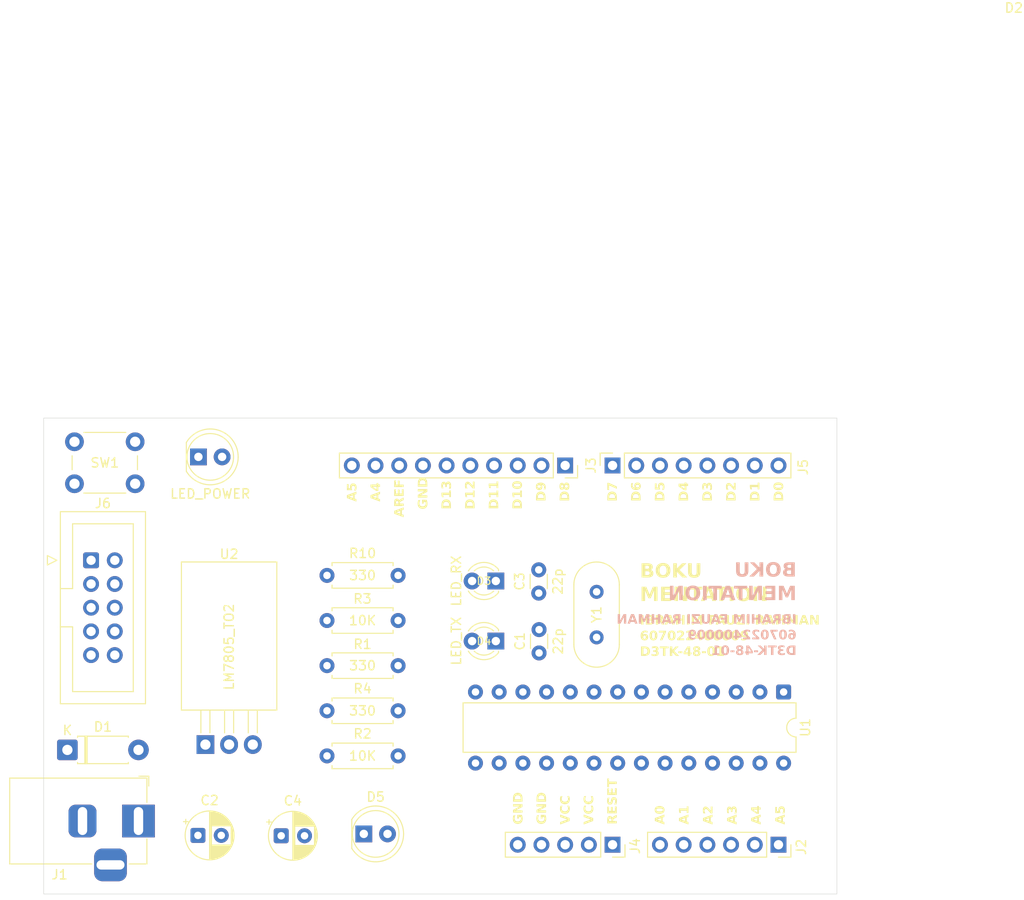
<source format=kicad_pcb>
(kicad_pcb (version 20241229) (generator "pcbnew") (generator_version "9.0")
  (layers (0 "F.Cu" signal) (2 "B.Cu" signal) (13 "F.Paste" user) (15 "B.Paste" user) (5 "F.SilkS" user "F.Silkscreen") (7 "B.SilkS" user "B.Silkscreen") (1 "F.Mask" user) (3 "B.Mask" user) (25 "Edge.Cuts" user))
  (net 0 "")
  (net 1 "GND")
  (net 2 "Net-(D1-K)")
  (net 3 "Net-(U2-VO)")
  (net 4 "Net-(D1-A)")
  (net 5 "Net-(D2-A)")
  (net 7 "/D0")
  (net 8 "Net-(D3-A)")
  (net 9 "Net-(D4-A)")
  (net 10 "/D1")
  (net 11 "Net-(D5-A)")
  (net 12 "/A3")
  (net 13 "/A5")
  (net 14 "/A1")
  (net 15 "/A4")
  (net 16 "/A0")
  (net 17 "/A2")
  (net 18 "/D8")
  (net 19 "/D9")
  (net 20 "/D13")
  (net 21 "/AREF")
  (net 22 "/D10")
  (net 23 "/D12")
  (net 24 "/D11")
  (net 25 "VCC")
  (net 26 "Net-(U1-GND-Pad22)")
  (net 27 "/RESET")
  (net 28 "/D7")
  (net 29 "/D5")
  (net 30 "/D6")
  (net 31 "/D2")
  (net 32 "/D4")
  (net 33 "/D3")
  (net 35 "/XTAL2")
  (net 36 "/XTAL1")
  (footprint "LED_THT:LED_D3.0mm" (layer "F.Cu") (at 157.67 89.94 180)
    (property "Reference" "D4" (hide yes))
    (property "Value" "LED_TX" (at 4.23 0 90) (layer "F.SilkS"))
    (fp_text user "${REFERENCE}" (at 1.27 0 0) (layer "F.SilkS") (effects (font (size 0.8 0.8) (thickness 0.12))))
    (pad "1" thru_hole rect (at 0 0 180) (size 1.8 1.8) (drill 0.9) (layers "*.Cu" "*.Mask") (net 10 "/D1"))
    (pad "2" thru_hole circle (at 2.54 0 180) (size 1.8 1.8) (drill 0.9) (layers "*.Cu" "*.Mask") (net 9 "Net-(D4-A)"))
  )
  (footprint "Connector_PinSocket_2.54mm:PinSocket_1x06_P2.54mm_Vertical" (layer "F.Cu") (at 187.96 111.76 -90)
    (property "Reference" "J2" (at 0.24 -2.44 270) (layer "F.SilkS"))
    (property "Value" "Conn_01x06_Socket")
    (pad "1" thru_hole rect (at 0 0 270) (size 1.7 1.7) (drill 1) (layers "*.Cu" "*.Mask") (net 13 "/A5"))
    (pad "2" thru_hole circle (at 0 2.54 270) (size 1.7 1.7) (drill 1) (layers "*.Cu" "*.Mask") (net 15 "/A4"))
    (pad "3" thru_hole circle (at 0 5.08 270) (size 1.7 1.7) (drill 1) (layers "*.Cu" "*.Mask") (net 12 "/A3"))
    (pad "4" thru_hole circle (at 0 7.62 270) (size 1.7 1.7) (drill 1) (layers "*.Cu" "*.Mask") (net 17 "/A2"))
    (pad "5" thru_hole circle (at 0 10.16 270) (size 1.7 1.7) (drill 1) (layers "*.Cu" "*.Mask") (net 14 "/A1"))
    (pad "6" thru_hole circle (at 0 12.7 270) (size 1.7 1.7) (drill 1) (layers "*.Cu" "*.Mask") (net 16 "/A0"))
  )
  (footprint "Capacitor_THT:CP_Radial_D5.0mm_P2.50mm" (layer "F.Cu") (at 125.749775 110.76)
    (property "Reference" "C2" (at 1.25 -3.75 0) (layer "F.SilkS"))
    (property "Value" "C_Polarized")
    (pad "1" thru_hole roundrect (at 0 0) (size 1.6 1.6) (drill 0.8) (layers "*.Cu" "*.Mask") (roundrect_rratio 0.15625) (net 2 "Net-(D1-K)"))
    (pad "2" thru_hole circle (at 2.5 0) (size 1.6 1.6) (drill 0.8) (layers "*.Cu" "*.Mask") (net 1 "GND"))
  )
  (footprint "LED_THT:LED_D5.0mm" (layer "F.Cu") (at 125.8 70.2)
    (property "Reference" "D2" (at 87.38 -48.11 0) (layer "F.SilkS"))
    (property "Value" "LED_POWER" (at 1.27 3.96 0) (layer "F.SilkS"))
    (pad "1" thru_hole rect (at 0 0) (size 1.8 1.8) (drill 0.9) (layers "*.Cu" "*.Mask") (net 1 "GND"))
    (pad "2" thru_hole circle (at 2.54 0) (size 1.8 1.8) (drill 0.9) (layers "*.Cu" "*.Mask") (net 5 "Net-(D2-A)"))
  )
  (footprint "Button_Switch_THT:SW_PUSH_6mm_H4.3mm" (layer "F.Cu") (at 112.52 68.58)
    (property "Reference" "SW1" (at 3.25 2.25 0) (layer "F.SilkS"))
    (property "Value" "SW_Push")
    (pad "1" thru_hole circle (at 0 0 90) (size 2 2) (drill 1.1) (layers "*.Cu" "*.Mask") (net 1 "GND"))
    (pad "1" thru_hole circle (at 6.5 0 90) (size 2 2) (drill 1.1) (layers "*.Cu" "*.Mask") (net 1 "GND"))
    (pad "2" thru_hole circle (at 0 4.5 90) (size 2 2) (drill 1.1) (layers "*.Cu" "*.Mask") (net 27 "/RESET"))
    (pad "2" thru_hole circle (at 6.5 4.5 90) (size 2 2) (drill 1.1) (layers "*.Cu" "*.Mask") (net 27 "/RESET"))
  )
  (footprint "Connector_IDC:IDC-Header_2x05_P2.54mm_Vertical" (layer "F.Cu") (at 114.3 81.28)
    (property "Reference" "J6" (at 1.27 -6.1 0) (layer "F.SilkS"))
    (property "Value" "Conn_02x05_Top_Bottom")
    (pad "1" thru_hole roundrect (at 0 0) (size 1.7 1.7) (drill 1) (layers "*.Cu" "*.Mask") (roundrect_rratio 0.147059) (net 24 "/D11"))
    (pad "2" thru_hole circle (at 2.54 0) (size 1.7 1.7) (drill 1) (layers "*.Cu" "*.Mask") (net 25 "VCC"))
    (pad "3" thru_hole circle (at 0 2.54) (size 1.7 1.7) (drill 1) (layers "*.Cu" "*.Mask"))
    (pad "4" thru_hole circle (at 2.54 2.54) (size 1.7 1.7) (drill 1) (layers "*.Cu" "*.Mask") (net 1 "GND"))
    (pad "5" thru_hole circle (at 0 5.08) (size 1.7 1.7) (drill 1) (layers "*.Cu" "*.Mask") (net 27 "/RESET"))
    (pad "6" thru_hole circle (at 2.54 5.08) (size 1.7 1.7) (drill 1) (layers "*.Cu" "*.Mask") (net 1 "GND"))
    (pad "7" thru_hole circle (at 0 7.62) (size 1.7 1.7) (drill 1) (layers "*.Cu" "*.Mask") (net 20 "/D13"))
    (pad "8" thru_hole circle (at 2.54 7.62) (size 1.7 1.7) (drill 1) (layers "*.Cu" "*.Mask") (net 1 "GND"))
    (pad "9" thru_hole circle (at 0 10.16) (size 1.7 1.7) (drill 1) (layers "*.Cu" "*.Mask") (net 23 "/D12"))
    (pad "10" thru_hole circle (at 2.54 10.16) (size 1.7 1.7) (drill 1) (layers "*.Cu" "*.Mask") (net 1 "GND"))
  )
  (footprint "Package_TO_SOT_THT:TO-220-3_Horizontal_TabDown" (layer "F.Cu") (at 126.55 101.03)
    (property "Reference" "U2" (at 2.54 -20.41 0) (layer "F.SilkS"))
    (property "Value" "LM7805_TO220" (at 2.54 -11.43 270) (layer "F.SilkS"))
    (pad "" np_thru_hole circle (at 2.54 -16.66) (size 3.5 3.5) (drill 3.5) (layers "*.Cu" "*.Mask"))
    (pad "1" thru_hole rect (at 0 0) (size 1.905 2) (drill 1.1) (layers "*.Cu" "*.Mask") (net 2 "Net-(D1-K)"))
    (pad "2" thru_hole oval (at 2.54 0) (size 1.905 2) (drill 1.1) (layers "*.Cu" "*.Mask") (net 1 "GND"))
    (pad "3" thru_hole oval (at 5.08 0) (size 1.905 2) (drill 1.1) (layers "*.Cu" "*.Mask") (net 3 "Net-(U2-VO)"))
  )
  (footprint "LED_THT:LED_D3.0mm" (layer "F.Cu") (at 157.67 83.5 180)
    (property "Reference" "D3" (hide yes))
    (property "Value" "LED_RX" (at 4.23 0 90) (layer "F.SilkS"))
    (fp_text user "${REFERENCE}" (at 1.27 0 0) (layer "F.SilkS") (effects (font (size 0.8 0.8) (thickness 0.12))))
    (pad "1" thru_hole rect (at 0 0 180) (size 1.8 1.8) (drill 0.9) (layers "*.Cu" "*.Mask") (net 7 "/D0"))
    (pad "2" thru_hole circle (at 2.54 0 180) (size 1.8 1.8) (drill 0.9) (layers "*.Cu" "*.Mask") (net 8 "Net-(D3-A)"))
  )
  (footprint "Resistor_THT:R_Axial_DIN0207_L6.3mm_D2.5mm_P7.62mm_Horizontal" (layer "F.Cu") (at 147.2 92.57 180)
    (property "Reference" "R3" (at 3.82 7.16 0) (layer "F.SilkS"))
    (property "Value" "330" (at 3.81 0 0) (layer "F.SilkS"))
    (pad "1" thru_hole circle (at 0 0 180) (size 1.6 1.6) (drill 0.8) (layers "*.Cu" "*.Mask") (net 8 "Net-(D3-A)"))
    (pad "2" thru_hole circle (at 7.62 0 180) (size 1.6 1.6) (drill 0.8) (layers "*.Cu" "*.Mask") (net 25 "VCC"))
  )
  (footprint "Resistor_THT:R_Axial_DIN0207_L6.3mm_D2.5mm_P7.62mm_Horizontal" (layer "F.Cu") (at 147.2 82.9 180)
    (property "Reference" "R10" (at 3.81 2.37 0) (layer "F.SilkS"))
    (property "Value" "330" (at 3.81 0 0) (layer "F.SilkS"))
    (pad "1" thru_hole circle (at 0 0 180) (size 1.6 1.6) (drill 0.8) (layers "*.Cu" "*.Mask") (net 3 "Net-(U2-VO)"))
    (pad "2" thru_hole circle (at 7.62 0 180) (size 1.6 1.6) (drill 0.8) (layers "*.Cu" "*.Mask") (net 5 "Net-(D2-A)"))
  )
  (footprint "Capacitor_THT:CP_Radial_D5.0mm_P2.50mm" (layer "F.Cu") (at 134.672332 110.8)
    (property "Reference" "C4" (at 1.25 -3.75 0) (layer "F.SilkS"))
    (property "Value" "C_Polarized")
    (pad "1" thru_hole roundrect (at 0 0) (size 1.6 1.6) (drill 0.8) (layers "*.Cu" "*.Mask") (roundrect_rratio 0.15625) (net 3 "Net-(U2-VO)"))
    (pad "2" thru_hole circle (at 2.5 0) (size 1.6 1.6) (drill 0.8) (layers "*.Cu" "*.Mask") (net 1 "GND"))
  )
  (footprint "Capacitor_THT:C_Disc_D3.0mm_W1.6mm_P2.50mm" (layer "F.Cu") (at 162.305 91.21 90)
    (property "Reference" "C1" (at 1.25 -2.05 90) (layer "F.SilkS"))
    (property "Value" "22p" (at 1.25 2.05 90) (layer "F.SilkS"))
    (pad "1" thru_hole circle (at 0 0 90) (size 1.6 1.6) (drill 0.8) (layers "*.Cu" "*.Mask") (net 35 "/XTAL2"))
    (pad "2" thru_hole circle (at 2.5 0 90) (size 1.6 1.6) (drill 0.8) (layers "*.Cu" "*.Mask") (net 1 "GND"))
  )
  (footprint "Resistor_THT:R_Axial_DIN0207_L6.3mm_D2.5mm_P7.62mm_Horizontal" (layer "F.Cu") (at 147.2 97.405 180)
    (property "Reference" "R4" (at 3.81 2.37 0) (layer "F.SilkS"))
    (property "Value" "330" (at 3.81 0 0) (layer "F.SilkS"))
    (pad "1" thru_hole circle (at 0 0 180) (size 1.6 1.6) (drill 0.8) (layers "*.Cu" "*.Mask") (net 9 "Net-(D4-A)"))
    (pad "2" thru_hole circle (at 7.62 0 180) (size 1.6 1.6) (drill 0.8) (layers "*.Cu" "*.Mask") (net 25 "VCC"))
  )
  (footprint "Package_DIP:DIP-28_W7.62mm" (layer "F.Cu") (at 188.51 95.395 -90)
    (property "Reference" "U1" (at 3.81 -2.33 90) (layer "F.SilkS"))
    (property "Value" "ATmega328-P")
    (pad "1" thru_hole roundrect (at 0 0 270) (size 1.6 1.6) (drill 0.8) (layers "*.Cu" "*.Mask") (roundrect_rratio 0.15625) (net 27 "/RESET"))
    (pad "2" thru_hole circle (at 0 2.54 270) (size 1.6 1.6) (drill 0.8) (layers "*.Cu" "*.Mask") (net 7 "/D0"))
    (pad "3" thru_hole circle (at 0 5.08 270) (size 1.6 1.6) (drill 0.8) (layers "*.Cu" "*.Mask") (net 10 "/D1"))
    (pad "4" thru_hole circle (at 0 7.62 270) (size 1.6 1.6) (drill 0.8) (layers "*.Cu" "*.Mask") (net 31 "/D2"))
    (pad "5" thru_hole circle (at 0 10.16 270) (size 1.6 1.6) (drill 0.8) (layers "*.Cu" "*.Mask") (net 33 "/D3"))
    (pad "6" thru_hole circle (at 0 12.7 270) (size 1.6 1.6) (drill 0.8) (layers "*.Cu" "*.Mask") (net 32 "/D4"))
    (pad "7" thru_hole circle (at 0 15.24 270) (size 1.6 1.6) (drill 0.8) (layers "*.Cu" "*.Mask") (net 25 "VCC"))
    (pad "8" thru_hole circle (at 0 17.78 270) (size 1.6 1.6) (drill 0.8) (layers "*.Cu" "*.Mask") (net 26 "Net-(U1-GND-Pad22)"))
    (pad "9" thru_hole circle (at 0 20.32 270) (size 1.6 1.6) (drill 0.8) (layers "*.Cu" "*.Mask") (net 36 "/XTAL1"))
    (pad "10" thru_hole circle (at 0 22.86 270) (size 1.6 1.6) (drill 0.8) (layers "*.Cu" "*.Mask") (net 35 "/XTAL2"))
    (pad "11" thru_hole circle (at 0 25.4 270) (size 1.6 1.6) (drill 0.8) (layers "*.Cu" "*.Mask") (net 29 "/D5"))
    (pad "12" thru_hole circle (at 0 27.94 270) (size 1.6 1.6) (drill 0.8) (layers "*.Cu" "*.Mask") (net 30 "/D6"))
    (pad "13" thru_hole circle (at 0 30.48 270) (size 1.6 1.6) (drill 0.8) (layers "*.Cu" "*.Mask") (net 28 "/D7"))
    (pad "14" thru_hole circle (at 0 33.02 270) (size 1.6 1.6) (drill 0.8) (layers "*.Cu" "*.Mask") (net 18 "/D8"))
    (pad "15" thru_hole circle (at 7.62 33.02 270) (size 1.6 1.6) (drill 0.8) (layers "*.Cu" "*.Mask") (net 19 "/D9"))
    (pad "16" thru_hole circle (at 7.62 30.48 270) (size 1.6 1.6) (drill 0.8) (layers "*.Cu" "*.Mask") (net 22 "/D10"))
    (pad "17" thru_hole circle (at 7.62 27.94 270) (size 1.6 1.6) (drill 0.8) (layers "*.Cu" "*.Mask") (net 24 "/D11"))
    (pad "18" thru_hole circle (at 7.62 25.4 270) (size 1.6 1.6) (drill 0.8) (layers "*.Cu" "*.Mask") (net 23 "/D12"))
    (pad "19" thru_hole circle (at 7.62 22.86 270) (size 1.6 1.6) (drill 0.8) (layers "*.Cu" "*.Mask") (net 20 "/D13"))
    (pad "20" thru_hole circle (at 7.62 20.32 270) (size 1.6 1.6) (drill 0.8) (layers "*.Cu" "*.Mask") (net 25 "VCC"))
    (pad "21" thru_hole circle (at 7.62 17.78 270) (size 1.6 1.6) (drill 0.8) (layers "*.Cu" "*.Mask") (net 21 "/AREF"))
    (pad "22" thru_hole circle (at 7.62 15.24 270) (size 1.6 1.6) (drill 0.8) (layers "*.Cu" "*.Mask") (net 26 "Net-(U1-GND-Pad22)"))
    (pad "23" thru_hole circle (at 7.62 12.7 270) (size 1.6 1.6) (drill 0.8) (layers "*.Cu" "*.Mask") (net 16 "/A0"))
    (pad "24" thru_hole circle (at 7.62 10.16 270) (size 1.6 1.6) (drill 0.8) (layers "*.Cu" "*.Mask") (net 14 "/A1"))
    (pad "25" thru_hole circle (at 7.62 7.62 270) (size 1.6 1.6) (drill 0.8) (layers "*.Cu" "*.Mask") (net 17 "/A2"))
    (pad "26" thru_hole circle (at 7.62 5.08 270) (size 1.6 1.6) (drill 0.8) (layers "*.Cu" "*.Mask") (net 12 "/A3"))
    (pad "27" thru_hole circle (at 7.62 2.54 270) (size 1.6 1.6) (drill 0.8) (layers "*.Cu" "*.Mask") (net 15 "/A4"))
    (pad "28" thru_hole circle (at 7.62 0 270) (size 1.6 1.6) (drill 0.8) (layers "*.Cu" "*.Mask") (net 13 "/A5"))
  )
  (footprint "Diode_THT:D_DO-41_SOD81_P7.62mm_Horizontal" (layer "F.Cu") (at 111.76 101.6)
    (property "Reference" "D1" (at 3.81 -2.47 0) (layer "F.SilkS"))
    (property "Value" "1N4004")
    (fp_text user "K" (at 0 -2.1 0) (layer "F.SilkS"))
    (pad "1" thru_hole roundrect (at 0 0) (size 2.2 2.2) (drill 1.1) (layers "*.Cu" "*.Mask") (roundrect_rratio 0.113636) (net 2 "Net-(D1-K)"))
    (pad "2" thru_hole circle (at 7.62 0) (size 2.2 2.2) (drill 1.1) (layers "*.Cu" "*.Mask") (net 4 "Net-(D1-A)"))
  )
  (footprint "Connector_PinSocket_2.54mm:PinSocket_1x08_P2.54mm_Vertical" (layer "F.Cu") (at 170.18 71.12 90)
    (property "Reference" "J5" (at -0.18 20.42 90) (layer "F.SilkS"))
    (property "Value" "Conn_01x08_Socket")
    (pad "1" thru_hole rect (at 0 0 90) (size 1.7 1.7) (drill 1) (layers "*.Cu" "*.Mask") (net 28 "/D7"))
    (pad "2" thru_hole circle (at 0 2.54 90) (size 1.7 1.7) (drill 1) (layers "*.Cu" "*.Mask") (net 30 "/D6"))
    (pad "3" thru_hole circle (at 0 5.08 90) (size 1.7 1.7) (drill 1) (layers "*.Cu" "*.Mask") (net 29 "/D5"))
    (pad "4" thru_hole circle (at 0 7.62 90) (size 1.7 1.7) (drill 1) (layers "*.Cu" "*.Mask") (net 32 "/D4"))
    (pad "5" thru_hole circle (at 0 10.16 90) (size 1.7 1.7) (drill 1) (layers "*.Cu" "*.Mask") (net 33 "/D3"))
    (pad "6" thru_hole circle (at 0 12.7 90) (size 1.7 1.7) (drill 1) (layers "*.Cu" "*.Mask") (net 31 "/D2"))
    (pad "7" thru_hole circle (at 0 15.24 90) (size 1.7 1.7) (drill 1) (layers "*.Cu" "*.Mask") (net 10 "/D1"))
    (pad "8" thru_hole circle (at 0 17.78 90) (size 1.7 1.7) (drill 1) (layers "*.Cu" "*.Mask") (net 7 "/D0"))
  )
  (footprint "LED_THT:LED_D5.0mm" (layer "F.Cu") (at 143.525 110.6)
    (property "Reference" "D5" (at 1.27 -3.96 0) (layer "F.SilkS"))
    (property "Value" "LED")
    (pad "1" thru_hole rect (at 0 0) (size 1.8 1.8) (drill 0.9) (layers "*.Cu" "*.Mask") (net 1 "GND"))
    (pad "2" thru_hole circle (at 2.54 0) (size 1.8 1.8) (drill 0.9) (layers "*.Cu" "*.Mask") (net 11 "Net-(D5-A)"))
  )
  (footprint "Resistor_THT:R_Axial_DIN0207_L6.3mm_D2.5mm_P7.62mm_Horizontal" (layer "F.Cu") (at 147.2 102.24 180)
    (property "Reference" "R2" (at 3.81 2.37 0) (layer "F.SilkS"))
    (property "Value" "10K" (at 3.81 0 0) (layer "F.SilkS"))
    (pad "1" thru_hole circle (at 0 0 180) (size 1.6 1.6) (drill 0.8) (layers "*.Cu" "*.Mask") (net 20 "/D13"))
    (pad "2" thru_hole circle (at 7.62 0 180) (size 1.6 1.6) (drill 0.8) (layers "*.Cu" "*.Mask") (net 11 "Net-(D5-A)"))
  )
  (footprint "Crystal:Crystal_HC49-4H_Vertical" (layer "F.Cu") (at 168.47 89.54 90)
    (property "Reference" "Y1" (hide yes))
    (property "Value" "Crystal_Small")
    (fp_text user "${REFERENCE}" (at 2.44 0 90) (layer "F.SilkS"))
    (pad "1" thru_hole circle (at 0 0 90) (size 1.5 1.5) (drill 0.8) (layers "*.Cu" "*.Mask") (net 35 "/XTAL2"))
    (pad "2" thru_hole circle (at 4.88 0 90) (size 1.5 1.5) (drill 0.8) (layers "*.Cu" "*.Mask") (net 36 "/XTAL1"))
  )
  (footprint "Capacitor_THT:C_Disc_D3.0mm_W1.6mm_P2.50mm" (layer "F.Cu") (at 162.27 84.8 90)
    (property "Reference" "C3" (at 1.25 -2.05 90) (layer "F.SilkS"))
    (property "Value" "22p" (at 1.25 2.05 90) (layer "F.SilkS"))
    (pad "1" thru_hole circle (at 0 0 90) (size 1.6 1.6) (drill 0.8) (layers "*.Cu" "*.Mask") (net 36 "/XTAL1"))
    (pad "2" thru_hole circle (at 2.5 0 90) (size 1.6 1.6) (drill 0.8) (layers "*.Cu" "*.Mask") (net 1 "GND"))
  )
  (footprint "Connector_BarrelJack:BarrelJack_Horizontal" (layer "F.Cu") (at 119.38 109.22)
    (property "Reference" "J1" (at -8.45 5.75 0) (layer "F.SilkS"))
    (property "Value" "Barrel_Jack_Switch")
    (pad "1" thru_hole rect (at 0 0) (size 3.5 3.5) (drill oval 1 3) (layers "*.Cu" "*.Mask") (net 4 "Net-(D1-A)"))
    (pad "2" thru_hole roundrect (at -6 0) (size 3 3.5) (drill oval 1 3) (layers "*.Cu" "*.Mask") (net 1 "GND"))
    (pad "3" thru_hole roundrect (at -3 4.7) (size 3.5 3.5) (drill oval 3 1) (layers "*.Cu" "*.Mask"))
  )
  (footprint "Resistor_THT:R_Axial_DIN0207_L6.3mm_D2.5mm_P7.62mm_Horizontal" (layer "F.Cu") (at 139.58 87.735)
    (property "Reference" "R1" (at 3.81 2.54 0) (layer "F.SilkS"))
    (property "Value" "10K" (at 3.81 0 0) (layer "F.SilkS"))
    (pad "1" thru_hole circle (at 0 0) (size 1.6 1.6) (drill 0.8) (layers "*.Cu" "*.Mask") (net 25 "VCC"))
    (pad "2" thru_hole circle (at 7.62 0) (size 1.6 1.6) (drill 0.8) (layers "*.Cu" "*.Mask") (net 27 "/RESET"))
  )
  (footprint "Connector_PinSocket_2.54mm:PinSocket_1x05_P2.54mm_Vertical" (layer "F.Cu") (at 170.18 111.76 -90)
    (property "Reference" "J4" (at 0.14 -2.42 90) (layer "F.SilkS"))
    (property "Value" "Conn_01x05_Socket")
    (pad "1" thru_hole rect (at 0 0 270) (size 1.7 1.7) (drill 1) (layers "*.Cu" "*.Mask") (net 27 "/RESET"))
    (pad "2" thru_hole circle (at 0 2.54 270) (size 1.7 1.7) (drill 1) (layers "*.Cu" "*.Mask") (net 25 "VCC"))
    (pad "3" thru_hole circle (at 0 5.08 270) (size 1.7 1.7) (drill 1) (layers "*.Cu" "*.Mask") (net 25 "VCC"))
    (pad "4" thru_hole circle (at 0 7.62 270) (size 1.7 1.7) (drill 1) (layers "*.Cu" "*.Mask") (net 1 "GND"))
    (pad "5" thru_hole circle (at 0 10.16 270) (size 1.7 1.7) (drill 1) (layers "*.Cu" "*.Mask") (net 1 "GND"))
  )
  (footprint "Connector_PinSocket_2.54mm:PinSocket_1x10_P2.54mm_Vertical" (layer "F.Cu") (at 165.1 71.12 -90)
    (property "Reference" "J3" (at 0 -2.77 90) (layer "F.SilkS"))
    (property "Value" "Conn_01x10_Socket")
    (pad "1" thru_hole rect (at 0 0 270) (size 1.7 1.7) (drill 1) (layers "*.Cu" "*.Mask") (net 18 "/D8"))
    (pad "2" thru_hole circle (at 0 2.54 270) (size 1.7 1.7) (drill 1) (layers "*.Cu" "*.Mask") (net 19 "/D9"))
    (pad "3" thru_hole circle (at 0 5.08 270) (size 1.7 1.7) (drill 1) (layers "*.Cu" "*.Mask") (net 22 "/D10"))
    (pad "4" thru_hole circle (at 0 7.62 270) (size 1.7 1.7) (drill 1) (layers "*.Cu" "*.Mask") (net 24 "/D11"))
    (pad "5" thru_hole circle (at 0 10.16 270) (size 1.7 1.7) (drill 1) (layers "*.Cu" "*.Mask") (net 23 "/D12"))
    (pad "6" thru_hole circle (at 0 12.7 270) (size 1.7 1.7) (drill 1) (layers "*.Cu" "*.Mask") (net 20 "/D13"))
    (pad "7" thru_hole circle (at 0 15.24 270) (size 1.7 1.7) (drill 1) (layers "*.Cu" "*.Mask") (net 1 "GND"))
    (pad "8" thru_hole circle (at 0 17.78 270) (size 1.7 1.7) (drill 1) (layers "*.Cu" "*.Mask") (net 21 "/AREF"))
    (pad "9" thru_hole circle (at 0 20.32 270) (size 1.7 1.7) (drill 1) (layers "*.Cu" "*.Mask") (net 15 "/A4"))
    (pad "10" thru_hole circle (at 0 22.86 270) (size 1.7 1.7) (drill 1) (layers "*.Cu" "*.Mask") (net 13 "/A5"))
  )
  (gr_rect (start 109.22 66.04) (end 194.22 117.04) (stroke (width 0.05)) (fill no) (layer "Edge.Cuts"))
  (gr_text "BOKU\nMENTATION" (at 173.1 85.9 0) (layer "F.SilkS") (effects (font (size 1.5 1.5) (thickness 0.3) (bold yes)) (justify left bottom)))
  (gr_text "A5" (at 142.9 75 90) (layer "F.SilkS") (effects (font (size 1 1) (thickness 0.25) (bold yes)) (justify left bottom)))
  (gr_text "RESET" (at 170.8 109.6 90) (layer "F.SilkS") (effects (font (size 1 1) (thickness 0.25) (bold yes)) (justify left bottom)))
  (gr_text "A3" (at 183.64 109.6 90) (layer "F.SilkS") (effects (font (size 1 1) (thickness 0.25) (bold yes)) (justify left bottom)))
  (gr_text "D10" (at 160.633333 75.839219 90) (layer "F.SilkS") (effects (font (size 1 1) (thickness 0.25) (bold yes)) (justify left bottom)))
  (gr_text "A4" (at 145.433333 75 90) (layer "F.SilkS") (effects (font (size 1 1) (thickness 0.25) (bold yes)) (justify left bottom)))
  (gr_text "A4" (at 186.22 109.6 90) (layer "F.SilkS") (effects (font (size 1 1) (thickness 0.25) (bold yes)) (justify left bottom)))
  (gr_text "D7" (at 170.808571 75 90) (layer "F.SilkS") (effects (font (size 1 1) (thickness 0.25) (bold yes)) (justify left bottom)))
  (gr_text "D12" (at 155.566667 75.839219 90) (layer "F.SilkS") (effects (font (size 1 1) (thickness 0.25) (bold yes)) (justify left bottom)))
  (gr_text "A2" (at 181.06 109.6 90) (layer "F.SilkS") (effects (font (size 1 1) (thickness 0.25) (bold yes)) (justify left bottom)))
  (gr_text "D1" (at 186.082857 75 90) (layer "F.SilkS") (effects (font (size 1 1) (thickness 0.25) (bold yes)) (justify left bottom)))
  (gr_text "D2" (at 183.537142 75 90) (layer "F.SilkS") (effects (font (size 1 1) (thickness 0.25) (bold yes)) (justify left bottom)))
  (gr_text "VCC" (at 165.75 109.6 90) (layer "F.SilkS") (effects (font (size 1 1) (thickness 0.25) (bold yes)) (justify left bottom)))
  (gr_text "VCC" (at 168.275 109.6 90) (layer "F.SilkS") (effects (font (size 1 1) (thickness 0.25) (bold yes)) (justify left bottom)))
  (gr_text "AREF" (at 147.966667 76.678437 90) (layer "F.SilkS") (effects (font (size 1 1) (thickness 0.25) (bold yes)) (justify left bottom)))
  (gr_text "D0" (at 188.628571 75 90) (layer "F.SilkS") (effects (font (size 1 1) (thickness 0.25) (bold yes)) (justify left bottom)))
  (gr_text "A1" (at 178.48 109.6 90) (layer "F.SilkS") (effects (font (size 1 1) (thickness 0.25) (bold yes)) (justify left bottom)))
  (gr_text "D6" (at 173.354285 75 90) (layer "F.SilkS") (effects (font (size 1 1) (thickness 0.25) (bold yes)) (justify left bottom)))
  (gr_text "D3" (at 180.991428 75 90) (layer "F.SilkS") (effects (font (size 1 1) (thickness 0.25) (bold yes)) (justify left bottom)))
  (gr_text "D13" (at 153.033333 75.839219 90) (layer "F.SilkS") (effects (font (size 1 1) (thickness 0.25) (bold yes)) (justify left bottom)))
  (gr_text "D8" (at 165.7 75 90) (layer "F.SilkS") (effects (font (size 1 1) (thickness 0.25) (bold yes)) (justify left bottom)))
  (gr_text "A0" (at 175.9 109.6 90) (layer "F.SilkS") (effects (font (size 1 1) (thickness 0.25) (bold yes)) (justify left bottom)))
  (gr_text "GND" (at 160.7 109.6 90) (layer "F.SilkS") (effects (font (size 1 1) (thickness 0.25) (bold yes)) (justify left bottom)))
  (gr_text "D11" (at 158.1 75.839219 90) (layer "F.SilkS") (effects (font (size 1 1) (thickness 0.25) (bold yes)) (justify left bottom)))
  (gr_text "GND" (at 163.225 109.6 90) (layer "F.SilkS") (effects (font (size 1 1) (thickness 0.25) (bold yes)) (justify left bottom)))
  (gr_text "D9" (at 163.166667 75 90) (layer "F.SilkS") (effects (font (size 1 1) (thickness 0.25) (bold yes)) (justify left bottom)))
  (gr_text "D4" (at 178.445714 75 90) (layer "F.SilkS") (effects (font (size 1 1) (thickness 0.25) (bold yes)) (justify left bottom)))
  (gr_text "IBRAHIM FAUZI RAHMAN\n607022400009\nD3TK-48-01" (at 173.1 91.7 0) (layer "F.SilkS") (effects (font (size 1 1) (thickness 0.25) (bold yes)) (justify left bottom)))
  (gr_text "D5" (at 175.9 75 90) (layer "F.SilkS") (effects (font (size 1 1) (thickness 0.25) (bold yes)) (justify left bottom)))
  (gr_text "GND" (at 150.5 75.839219 90) (layer "F.SilkS") (effects (font (size 1 1) (thickness 0.25) (bold yes)) (justify left bottom)))
  (gr_text "A5" (at 188.8 109.6 90) (layer "F.SilkS") (effects (font (size 1 1) (thickness 0.25) (bold yes)) (justify left bottom)))
  (gr_text "BOKU\nMENTATION" (at 189.9 85.8 -0) (layer "B.SilkS") (effects (font (size 1.5 1.5) (thickness 0.3) (bold yes)) (justify left bottom mirror)))
  (gr_text "IBRAHIM FAUZI RAHMAN\n607022400009\nD3TK-48-01" (at 189.9 91.6 -0) (layer "B.SilkS") (effects (font (size 1 1) (thickness 0.25) (bold yes)) (justify left bottom mirror)))
)
</source>
